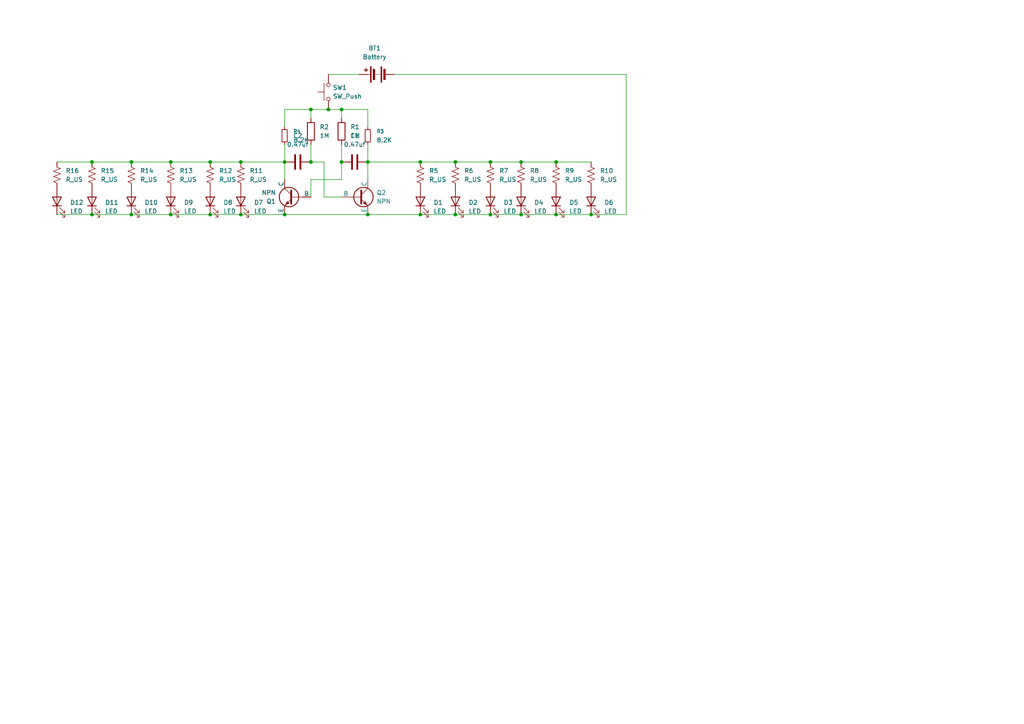
<source format=kicad_sch>
(kicad_sch (version 20250114) (generator "eeschema") (generator_version "9.0")
  (paper "A4")
  (lib_symbols
    (symbol "Device:Battery" (pin_numbers (hide yes)) (pin_names (offset 0) (hide yes))
      (property "Reference" "BT" (at 2.54 2.54 0))
      (property "Value" "Battery" (at 2.54 0 0))
      (symbol "Battery_0_1"
        (rectangle (start -2.286 1.778) (end 2.286 1.524) (fill (type outline)))
        (rectangle (start -2.286 -1.27) (end 2.286 -1.524) (fill (type outline)))
        (rectangle (start -1.524 1.016) (end 1.524 0.508) (fill (type outline)))
        (rectangle (start -1.524 -2.032) (end 1.524 -2.54) (fill (type outline)))
        (polyline (pts (xy 0 1.778) (xy 0 2.54)))
        (polyline (pts (xy 0 0) (xy 0 0.254)))
        (polyline (pts (xy 0 -0.508) (xy 0 -0.254)))
        (polyline (pts (xy 0 -1.016) (xy 0 -0.762)))
        (polyline (pts (xy 0.762 3.048) (xy 1.778 3.048)) (stroke (width 0.254)))
        (polyline (pts (xy 1.27 3.556) (xy 1.27 2.54)) (stroke (width 0.254)))
      )
      (symbol "Battery_1_1"
        (pin passive line (at 0 5.08 270) (length 2.54) (name "+") (number "1"))
        (pin passive line (at 0 -5.08 90) (length 2.54) (name "-") (number "2"))
      )
    )
    (symbol "Device:C" (pin_numbers (hide yes)) (pin_names (offset 0.254))
      (property "Reference" "C" (at 0.635 2.54 0))
      (property "Value" "C" (at 0.635 -2.54 0))
      (symbol "C_0_1"
        (polyline (pts (xy -2.032 0.762) (xy 2.032 0.762)) (stroke (width 0.508)))
        (polyline (pts (xy -2.032 -0.762) (xy 2.032 -0.762)) (stroke (width 0.508)))
      )
      (symbol "C_1_1"
        (pin passive line (at 0 3.81 270) (length 2.794) (name "~") (number "1"))
        (pin passive line (at 0 -3.81 90) (length 2.794) (name "~") (number "2"))
      )
    )
    (symbol "Device:LED" (pin_numbers (hide yes)) (pin_names (offset 1.016) (hide yes))
      (property "Reference" "D" (at 0 2.54 0))
      (property "Value" "LED" (at 0 -2.54 0))
      (symbol "LED_0_1"
        (polyline (pts (xy -3.048 -0.762) (xy -4.572 -2.286) (xy -3.81 -2.286) (xy -4.572 -2.286) (xy -4.572 -1.524)))
        (polyline (pts (xy -1.778 -0.762) (xy -3.302 -2.286) (xy -2.54 -2.286) (xy -3.302 -2.286) (xy -3.302 -1.524)))
        (polyline (pts (xy -1.27 0) (xy 1.27 0)))
        (polyline (pts (xy -1.27 -1.27) (xy -1.27 1.27)) (stroke (width 0.254)))
        (polyline (pts (xy 1.27 -1.27) (xy 1.27 1.27) (xy -1.27 0) (xy 1.27 -1.27)) (stroke (width 0.254)))
      )
      (symbol "LED_1_1"
        (pin passive line (at -3.81 0 0) (length 2.54) (name "K") (number "1"))
        (pin passive line (at 3.81 0 180) (length 2.54) (name "A") (number "2"))
      )
    )
    (symbol "Device:R" (pin_numbers (hide yes)) (pin_names (offset 0))
      (property "Reference" "R" (at 2.032 0 90))
      (property "Value" "R" (at 0 0 90))
      (symbol "R_0_1"
        (rectangle (start -1.016 -2.54) (end 1.016 2.54) (stroke (width 0.254)))
      )
      (symbol "R_1_1"
        (pin passive line (at 0 3.81 270) (length 1.27) (name "~") (number "1"))
        (pin passive line (at 0 -3.81 90) (length 1.27) (name "~") (number "2"))
      )
    )
    (symbol "Device:R_Small" (pin_numbers (hide yes)) (pin_names (offset 0.254) (hide yes))
      (property "Reference" "R" (at 0 0 90))
      (property "Value" "R_Small" (at 1.778 0 90))
      (symbol "R_Small_0_1"
        (rectangle (start -0.762 1.778) (end 0.762 -1.778) (stroke (width 0.2032)))
      )
      (symbol "R_Small_1_1"
        (pin passive line (at 0 2.54 270) (length 0.762) (name "~") (number "1"))
        (pin passive line (at 0 -2.54 90) (length 0.762) (name "~") (number "2"))
      )
    )
    (symbol "Device:R_US" (pin_numbers (hide yes)) (pin_names (offset 0))
      (property "Reference" "R" (at 2.54 0 90))
      (property "Value" "R_US" (at -2.54 0 90))
      (symbol "R_US_0_1"
        (polyline (pts (xy 0 2.286) (xy 0 2.54)))
        (polyline (pts (xy 0 2.286) (xy 1.016 1.905) (xy 0 1.524) (xy -1.016 1.143) (xy 0 0.762)))
        (polyline (pts (xy 0 0.762) (xy 1.016 0.381) (xy 0 0) (xy -1.016 -0.381) (xy 0 -0.762)))
        (polyline (pts (xy 0 -0.762) (xy 1.016 -1.143) (xy 0 -1.524) (xy -1.016 -1.905) (xy 0 -2.286)))
        (polyline (pts (xy 0 -2.286) (xy 0 -2.54)))
      )
      (symbol "R_US_1_1"
        (pin passive line (at 0 3.81 270) (length 1.27) (name "~") (number "1"))
        (pin passive line (at 0 -3.81 90) (length 1.27) (name "~") (number "2"))
      )
    )
    (symbol "Simulation_SPICE:NPN" (pin_numbers (hide yes)) (pin_names (offset 0))
      (property "Reference" "Q" (at -2.54 7.62 0))
      (property "Value" "NPN" (at -2.54 5.08 0))
      (symbol "NPN_0_1"
        (polyline (pts (xy -2.54 0) (xy 0.635 0)) (stroke (width 0.1524)))
        (polyline (pts (xy 0.635 1.905) (xy 0.635 -1.905) (xy 0.635 -1.905)) (stroke (width 0.508)))
        (polyline (pts (xy 0.635 0.635) (xy 2.54 2.54)))
        (polyline (pts (xy 0.635 -0.635) (xy 2.54 -2.54) (xy 2.54 -2.54)))
        (circle (center 1.27 0) (radius 2.8194) (stroke (width 0.254)))
        (polyline (pts (xy 1.27 -1.778) (xy 1.778 -1.27) (xy 2.286 -2.286) (xy 1.27 -1.778) (xy 1.27 -1.778)) (fill (type outline)))
        (polyline (pts (xy 2.794 -1.27) (xy 2.794 -1.27)) (stroke (width 0.1524)))
        (polyline (pts (xy 2.794 -1.27) (xy 2.794 -1.27)) (stroke (width 0.1524)))
      )
      (symbol "NPN_1_1"
        (pin input line (at -5.08 0 0) (length 2.54) (name "B") (number "2"))
        (pin open_collector line (at 2.54 5.08 270) (length 2.54) (name "C") (number "1"))
        (pin open_emitter line (at 2.54 -5.08 90) (length 2.54) (name "E") (number "3"))
      )
    )
    (symbol "Switch:SW_Push" (pin_numbers (hide yes)) (pin_names (offset 1.016) (hide yes))
      (property "Reference" "SW" (at 1.27 2.54 0))
      (property "Value" "SW_Push" (at 0 -1.524 0))
      (symbol "SW_Push_0_1"
        (circle (center -2.032 0) (radius 0.508))
        (polyline (pts (xy 0 1.27) (xy 0 3.048)))
        (circle (center 2.032 0) (radius 0.508))
        (polyline (pts (xy 2.54 1.27) (xy -2.54 1.27)))
        (pin passive line (at -5.08 0 0) (length 2.54) (name "1") (number "1"))
        (pin passive line (at 5.08 0 180) (length 2.54) (name "2") (number "2"))
      )
    )
  )
  (junction (at 132.08 46.99))
  (junction (at 26.67 46.99))
  (junction (at 90.17 46.99))
  (junction (at 49.53 62.23))
  (junction (at 69.85 62.23))
  (junction (at 82.55 62.23))
  (junction (at 106.68 62.23))
  (junction (at 106.68 46.99))
  (junction (at 161.29 62.23))
  (junction (at 121.92 62.23))
  (junction (at 171.45 62.23))
  (junction (at 99.06 31.75))
  (junction (at 95.25 31.75))
  (junction (at 90.17 31.75))
  (junction (at 142.24 62.23))
  (junction (at 151.13 62.23))
  (junction (at 142.24 46.99))
  (junction (at 49.53 46.99))
  (junction (at 132.08 62.23))
  (junction (at 161.29 46.99))
  (junction (at 60.96 46.99))
  (junction (at 26.67 62.23))
  (junction (at 121.92 46.99))
  (junction (at 38.1 62.23))
  (junction (at 99.06 46.99))
  (junction (at 60.96 62.23))
  (junction (at 38.1 46.99))
  (junction (at 82.55 46.99))
  (junction (at 69.85 46.99))
  (junction (at 151.13 46.99))
  (wire (pts (xy 181.61 21.59) (xy 181.61 62.23)))
  (wire (pts (xy 49.53 62.23) (xy 60.96 62.23)))
  (wire (pts (xy 69.85 46.99) (xy 82.55 46.99)))
  (wire (pts (xy 38.1 62.23) (xy 49.53 62.23)))
  (wire (pts (xy 90.17 31.75) (xy 90.17 34.29)))
  (wire (pts (xy 132.08 62.23) (xy 142.24 62.23)))
  (wire (pts (xy 82.55 41.91) (xy 82.55 46.99)))
  (wire (pts (xy 106.68 41.91) (xy 106.68 46.99)))
  (wire (pts (xy 121.92 62.23) (xy 132.08 62.23)))
  (wire (pts (xy 90.17 41.91) (xy 90.17 46.99)))
  (wire (pts (xy 16.51 62.23) (xy 26.67 62.23)))
  (wire (pts (xy 95.25 31.75) (xy 99.06 31.75)))
  (wire (pts (xy 132.08 46.99) (xy 142.24 46.99)))
  (wire (pts (xy 82.55 62.23) (xy 106.68 62.23)))
  (wire (pts (xy 90.17 52.07) (xy 90.17 57.15)))
  (wire (pts (xy 60.96 46.99) (xy 69.85 46.99)))
  (wire (pts (xy 151.13 62.23) (xy 161.29 62.23)))
  (wire (pts (xy 106.68 46.99) (xy 106.68 52.07)))
  (wire (pts (xy 69.85 62.23) (xy 82.55 62.23)))
  (wire (pts (xy 142.24 62.23) (xy 151.13 62.23)))
  (wire (pts (xy 38.1 46.99) (xy 49.53 46.99)))
  (wire (pts (xy 161.29 46.99) (xy 171.45 46.99)))
  (wire (pts (xy 106.68 31.75) (xy 106.68 36.83)))
  (wire (pts (xy 93.98 57.15) (xy 93.98 46.99)))
  (wire (pts (xy 26.67 46.99) (xy 38.1 46.99)))
  (wire (pts (xy 93.98 46.99) (xy 90.17 46.99)))
  (wire (pts (xy 90.17 31.75) (xy 95.25 31.75)))
  (wire (pts (xy 16.51 46.99) (xy 26.67 46.99)))
  (wire (pts (xy 82.55 31.75) (xy 90.17 31.75)))
  (wire (pts (xy 82.55 46.99) (xy 82.55 52.07)))
  (wire (pts (xy 142.24 46.99) (xy 151.13 46.99)))
  (wire (pts (xy 161.29 62.23) (xy 171.45 62.23)))
  (wire (pts (xy 26.67 62.23) (xy 38.1 62.23)))
  (wire (pts (xy 90.17 52.07) (xy 99.06 52.07)))
  (wire (pts (xy 95.25 21.59) (xy 104.14 21.59)))
  (wire (pts (xy 49.53 46.99) (xy 60.96 46.99)))
  (wire (pts (xy 60.96 62.23) (xy 69.85 62.23)))
  (wire (pts (xy 114.3 21.59) (xy 181.61 21.59)))
  (wire (pts (xy 99.06 34.29) (xy 99.06 31.75)))
  (wire (pts (xy 99.06 31.75) (xy 106.68 31.75)))
  (wire (pts (xy 82.55 36.83) (xy 82.55 31.75)))
  (wire (pts (xy 181.61 62.23) (xy 171.45 62.23)))
  (wire (pts (xy 121.92 46.99) (xy 132.08 46.99)))
  (wire (pts (xy 106.68 62.23) (xy 121.92 62.23)))
  (wire (pts (xy 106.68 46.99) (xy 121.92 46.99)))
  (wire (pts (xy 151.13 46.99) (xy 161.29 46.99)))
  (wire (pts (xy 99.06 57.15) (xy 93.98 57.15)))
  (wire (pts (xy 99.06 52.07) (xy 99.06 46.99)))
  (wire (pts (xy 99.06 41.91) (xy 99.06 46.99)))
  (symbol (lib_id "Device:R_US") (at 60.96 50.8 0) (unit 1)
    (property "Reference" "R12" (at 63.5 49.5299 0) (effects (justify left)))
    (property "Value" "R_US" (at 63.5 52.0699 0) (effects (justify left)))
    (property "Footprint" "Resistor_THT:R_Axial_DIN0207_L6.3mm_D2.5mm_P7.62mm_Horizontal" (effects (hide yes)))
    (property "Description" "Resistor, US symbol" (effects (hide yes)))
  )
  (symbol (lib_id "Device:R_US") (at 16.51 50.8 0) (unit 1)
    (property "Reference" "R16" (at 19.05 49.5299 0) (effects (justify left)))
    (property "Value" "R_US" (at 19.05 52.0699 0) (effects (justify left)))
    (property "Footprint" "Resistor_THT:R_Axial_DIN0207_L6.3mm_D2.5mm_P7.62mm_Horizontal" (effects (hide yes)))
    (property "Description" "Resistor, US symbol" (effects (hide yes)))
  )
  (symbol (lib_id "Switch:SW_Push") (at 95.25 26.67 90) (unit 1)
    (property "Reference" "SW1" (at 96.52 25.3999 90) (effects (justify right)))
    (property "Value" "SW_Push" (at 96.52 27.9399 90) (effects (justify right)))
    (property "Footprint" "Button_Switch_THT:SW_PUSH_6mm" (effects (hide yes)))
    (property "Description" "Push button switch, generic, two pins" (effects (hide yes)))
  )
  (symbol (lib_id "Device:R_US") (at 69.85 50.8 0) (unit 1)
    (property "Reference" "R11" (at 72.39 49.5299 0) (effects (justify left)))
    (property "Value" "R_US" (at 72.39 52.0699 0) (effects (justify left)))
    (property "Footprint" "Resistor_THT:R_Axial_DIN0207_L6.3mm_D2.5mm_P7.62mm_Horizontal" (effects (hide yes)))
    (property "Description" "Resistor, US symbol" (effects (hide yes)))
  )
  (symbol (lib_id "Device:R_US") (at 132.08 50.8 0) (unit 1)
    (property "Reference" "R6" (at 134.62 49.5299 0) (effects (justify left)))
    (property "Value" "R_US" (at 134.62 52.0699 0) (effects (justify left)))
    (property "Footprint" "Resistor_THT:R_Axial_DIN0207_L6.3mm_D2.5mm_P7.62mm_Horizontal" (effects (hide yes)))
    (property "Description" "Resistor, US symbol" (effects (hide yes)))
  )
  (symbol (lib_id "Device:R_US") (at 171.45 50.8 0) (unit 1)
    (property "Reference" "R10" (at 173.99 49.5299 0) (effects (justify left)))
    (property "Value" "R_US" (at 173.99 52.0699 0) (effects (justify left)))
    (property "Footprint" "Resistor_THT:R_Axial_DIN0207_L6.3mm_D2.5mm_P7.62mm_Horizontal" (effects (hide yes)))
    (property "Description" "Resistor, US symbol" (effects (hide yes)))
  )
  (symbol (lib_id "Device:R_US") (at 49.53 50.8 0) (unit 1)
    (property "Reference" "R13" (at 52.07 49.5299 0) (effects (justify left)))
    (property "Value" "R_US" (at 52.07 52.0699 0) (effects (justify left)))
    (property "Footprint" "Resistor_THT:R_Axial_DIN0207_L6.3mm_D2.5mm_P7.62mm_Horizontal" (effects (hide yes)))
    (property "Description" "Resistor, US symbol" (effects (hide yes)))
  )
  (symbol (lib_id "Device:R_US") (at 26.67 50.8 0) (unit 1)
    (property "Reference" "R15" (at 29.21 49.5299 0) (effects (justify left)))
    (property "Value" "R_US" (at 29.21 52.0699 0) (effects (justify left)))
    (property "Footprint" "Resistor_THT:R_Axial_DIN0207_L6.3mm_D2.5mm_P7.62mm_Horizontal" (effects (hide yes)))
    (property "Description" "Resistor, US symbol" (effects (hide yes)))
  )
  (symbol (lib_id "Device:R_US") (at 121.92 50.8 0) (unit 1)
    (property "Reference" "R5" (at 124.46 49.5299 0) (effects (justify left)))
    (property "Value" "R_US" (at 124.46 52.0699 0) (effects (justify left)))
    (property "Footprint" "Resistor_THT:R_Axial_DIN0207_L6.3mm_D2.5mm_P7.62mm_Horizontal" (effects (hide yes)))
    (property "Description" "Resistor, US symbol" (effects (hide yes)))
  )
  (symbol (lib_id "Device:LED") (at 161.29 58.42 90) (unit 1)
    (property "Reference" "D5" (at 165.1 58.7374 90) (effects (justify right)))
    (property "Value" "LED" (at 165.1 61.2774 90) (effects (justify right)))
    (property "Footprint" "LED_THT:LED_D5.0mm" (effects (hide yes)))
    (property "Description" "Light emitting diode" (effects (hide yes)))
    (property "Sim.Pins" "1=K 2=A" (effects (hide yes)))
  )
  (symbol (lib_id "Device:LED") (at 26.67 58.42 90) (unit 1)
    (property "Reference" "D11" (at 30.48 58.7374 90) (effects (justify right)))
    (property "Value" "LED" (at 30.48 61.2774 90) (effects (justify right)))
    (property "Footprint" "LED_THT:LED_D5.0mm" (effects (hide yes)))
    (property "Description" "Light emitting diode" (effects (hide yes)))
    (property "Sim.Pins" "1=K 2=A" (effects (hide yes)))
  )
  (symbol (lib_id "Device:R_US") (at 161.29 50.8 0) (unit 1)
    (property "Reference" "R9" (at 163.83 49.5299 0) (effects (justify left)))
    (property "Value" "R_US" (at 163.83 52.0699 0) (effects (justify left)))
    (property "Footprint" "Resistor_THT:R_Axial_DIN0207_L6.3mm_D2.5mm_P7.62mm_Horizontal" (effects (hide yes)))
    (property "Description" "Resistor, US symbol" (effects (hide yes)))
  )
  (symbol (lib_id "Device:LED") (at 142.24 58.42 90) (unit 1)
    (property "Reference" "D3" (at 146.05 58.7374 90) (effects (justify right)))
    (property "Value" "LED" (at 146.05 61.2774 90) (effects (justify right)))
    (property "Footprint" "LED_THT:LED_D5.0mm" (effects (hide yes)))
    (property "Description" "Light emitting diode" (effects (hide yes)))
    (property "Sim.Pins" "1=K 2=A" (effects (hide yes)))
  )
  (symbol (lib_id "Simulation_SPICE:NPN") (at 104.14 57.15 0) (unit 1)
    (property "Reference" "Q2" (at 109.22 55.8799 0) (effects (justify left)))
    (property "Value" "NPN" (at 109.22 58.4199 0) (effects (justify left)))
    (property "Footprint" "Package_TO_SOT_THT:TO-92L_HandSolder" (effects (hide yes)))
    (property "Datasheet" "https://ngspice.sourceforge.io/docs/ngspice-html-manual/manual.xhtml#cha_BJTs" (effects (hide yes)))
    (property "Description" "Bipolar transistor symbol for simulation only, substrate tied to the emitter" (effects (hide yes)))
    (property "Sim.Device" "NPN" (effects (hide yes)))
    (property "Sim.Type" "GUMMELPOON" (effects (hide yes)))
    (property "Sim.Pins" "1=C 2=B 3=E" (effects (hide yes)))
  )
  (symbol (lib_id "Device:R_Small") (at 106.68 39.37 0) (unit 1)
    (property "Reference" "R3" (at 109.22 38.0999 0) (effects (font (size 1.016 1.016)) (justify left)))
    (property "Value" "8.2K" (at 109.22 40.6399 0) (effects (justify left)))
    (property "Footprint" "Resistor_THT:R_Axial_DIN0207_L6.3mm_D2.5mm_P7.62mm_Horizontal" (effects (hide yes)))
    (property "Description" "Resistor, small symbol" (effects (hide yes)))
  )
  (symbol (lib_id "Device:R_US") (at 38.1 50.8 0) (unit 1)
    (property "Reference" "R14" (at 40.64 49.5299 0) (effects (justify left)))
    (property "Value" "R_US" (at 40.64 52.0699 0) (effects (justify left)))
    (property "Footprint" "Resistor_THT:R_Axial_DIN0207_L6.3mm_D2.5mm_P7.62mm_Horizontal" (effects (hide yes)))
    (property "Description" "Resistor, US symbol" (effects (hide yes)))
  )
  (symbol (lib_id "Device:LED") (at 121.92 58.42 90) (unit 1)
    (property "Reference" "D1" (at 125.73 58.7374 90) (effects (justify right)))
    (property "Value" "LED" (at 125.73 61.2774 90) (effects (justify right)))
    (property "Footprint" "LED_THT:LED_D5.0mm" (effects (hide yes)))
    (property "Description" "Light emitting diode" (effects (hide yes)))
    (property "Sim.Pins" "1=K 2=A" (effects (hide yes)))
  )
  (symbol (lib_id "Device:LED") (at 151.13 58.42 90) (unit 1)
    (property "Reference" "D4" (at 154.94 58.7374 90) (effects (justify right)))
    (property "Value" "LED" (at 154.94 61.2774 90) (effects (justify right)))
    (property "Footprint" "LED_THT:LED_D5.0mm" (effects (hide yes)))
    (property "Description" "Light emitting diode" (effects (hide yes)))
    (property "Sim.Pins" "1=K 2=A" (effects (hide yes)))
  )
  (symbol (lib_id "Device:LED") (at 171.45 58.42 90) (unit 1)
    (property "Reference" "D6" (at 175.26 58.7374 90) (effects (justify right)))
    (property "Value" "LED" (at 175.26 61.2774 90) (effects (justify right)))
    (property "Footprint" "LED_THT:LED_D5.0mm" (effects (hide yes)))
    (property "Description" "Light emitting diode" (effects (hide yes)))
    (property "Sim.Pins" "1=K 2=A" (effects (hide yes)))
  )
  (symbol (lib_id "Device:LED") (at 60.96 58.42 90) (unit 1)
    (property "Reference" "D8" (at 64.77 58.7374 90) (effects (justify right)))
    (property "Value" "LED" (at 64.77 61.2774 90) (effects (justify right)))
    (property "Footprint" "LED_THT:LED_D5.0mm" (effects (hide yes)))
    (property "Description" "Light emitting diode" (effects (hide yes)))
    (property "Sim.Pins" "1=K 2=A" (effects (hide yes)))
  )
  (symbol (lib_id "Device:C") (at 86.36 46.99 90) (unit 1)
    (property "Reference" "C2" (at 86.36 39.37 90))
    (property "Value" "0.47uf" (at 86.36 41.91 90))
    (property "Footprint" "Capacitor_THT:CP_Radial_D8.0mm_P5.00mm" (effects (hide yes)))
    (property "Description" "Unpolarized capacitor" (effects (hide yes)))
  )
  (symbol (lib_id "Device:R") (at 90.17 38.1 0) (unit 1)
    (property "Reference" "R2" (at 92.71 36.8299 0) (effects (justify left)))
    (property "Value" "1M" (at 92.71 39.3699 0) (effects (justify left)))
    (property "Footprint" "Resistor_THT:R_Axial_DIN0207_L6.3mm_D2.5mm_P7.62mm_Horizontal" (effects (hide yes)))
    (property "Description" "Resistor" (effects (hide yes)))
  )
  (symbol (lib_id "Device:LED") (at 49.53 58.42 90) (unit 1)
    (property "Reference" "D9" (at 53.34 58.7374 90) (effects (justify right)))
    (property "Value" "LED" (at 53.34 61.2774 90) (effects (justify right)))
    (property "Footprint" "LED_THT:LED_D5.0mm" (effects (hide yes)))
    (property "Description" "Light emitting diode" (effects (hide yes)))
    (property "Sim.Pins" "1=K 2=A" (effects (hide yes)))
  )
  (symbol (lib_id "Device:C") (at 102.87 46.99 90) (unit 1)
    (property "Reference" "C1" (at 102.87 39.37 90))
    (property "Value" "0.47uf" (at 102.87 41.91 90))
    (property "Footprint" "Capacitor_THT:CP_Radial_D8.0mm_P5.00mm" (effects (hide yes)))
    (property "Description" "Unpolarized capacitor" (effects (hide yes)))
  )
  (symbol (lib_id "Device:R_US") (at 142.24 50.8 0) (unit 1)
    (property "Reference" "R7" (at 144.78 49.5299 0) (effects (justify left)))
    (property "Value" "R_US" (at 144.78 52.0699 0) (effects (justify left)))
    (property "Footprint" "Resistor_THT:R_Axial_DIN0207_L6.3mm_D2.5mm_P7.62mm_Horizontal" (effects (hide yes)))
    (property "Description" "Resistor, US symbol" (effects (hide yes)))
  )
  (symbol (lib_id "Device:LED") (at 38.1 58.42 90) (unit 1)
    (property "Reference" "D10" (at 41.91 58.7374 90) (effects (justify right)))
    (property "Value" "LED" (at 41.91 61.2774 90) (effects (justify right)))
    (property "Footprint" "LED_THT:LED_D5.0mm" (effects (hide yes)))
    (property "Description" "Light emitting diode" (effects (hide yes)))
    (property "Sim.Pins" "1=K 2=A" (effects (hide yes)))
  )
  (symbol (lib_id "Device:R_Small") (at 82.55 39.37 0) (unit 1)
    (property "Reference" "R4" (at 85.09 38.0999 0) (effects (font (size 1.016 1.016)) (justify left)))
    (property "Value" "8.2K" (at 85.09 40.6399 0) (effects (justify left)))
    (property "Footprint" "Resistor_THT:R_Axial_DIN0207_L6.3mm_D2.5mm_P7.62mm_Horizontal" (effects (hide yes)))
    (property "Description" "Resistor, small symbol" (effects (hide yes)))
  )
  (symbol (lib_id "Simulation_SPICE:NPN") (at 85.09 57.15 0) (mirror y) (unit 1)
    (property "Reference" "Q1" (at 80.01 58.4201 0) (effects (justify left)))
    (property "Value" "NPN" (at 80.01 55.8801 0) (effects (justify left)))
    (property "Footprint" "Package_TO_SOT_THT:TO-92L_HandSolder" (effects (hide yes)))
    (property "Datasheet" "https://ngspice.sourceforge.io/docs/ngspice-html-manual/manual.xhtml#cha_BJTs" (effects (hide yes)))
    (property "Description" "Bipolar transistor symbol for simulation only, substrate tied to the emitter" (effects (hide yes)))
    (property "Sim.Device" "NPN" (effects (hide yes)))
    (property "Sim.Type" "GUMMELPOON" (effects (hide yes)))
    (property "Sim.Pins" "1=C 2=B 3=E" (effects (hide yes)))
  )
  (symbol (lib_id "Device:R") (at 99.06 38.1 0) (unit 1)
    (property "Reference" "R1" (at 101.6 36.8299 0) (effects (justify left)))
    (property "Value" "1M" (at 101.6 39.3699 0) (effects (justify left)))
    (property "Footprint" "Resistor_THT:R_Axial_DIN0207_L6.3mm_D2.5mm_P7.62mm_Horizontal" (effects (hide yes)))
    (property "Description" "Resistor" (effects (hide yes)))
  )
  (symbol (lib_id "Device:LED") (at 69.85 58.42 90) (unit 1)
    (property "Reference" "D7" (at 73.66 58.7374 90) (effects (justify right)))
    (property "Value" "LED" (at 73.66 61.2774 90) (effects (justify right)))
    (property "Footprint" "LED_THT:LED_D5.0mm" (effects (hide yes)))
    (property "Description" "Light emitting diode" (effects (hide yes)))
    (property "Sim.Pins" "1=K 2=A" (effects (hide yes)))
  )
  (symbol (lib_id "Device:R_US") (at 151.13 50.8 0) (unit 1)
    (property "Reference" "R8" (at 153.67 49.5299 0) (effects (justify left)))
    (property "Value" "R_US" (at 153.67 52.0699 0) (effects (justify left)))
    (property "Footprint" "Resistor_THT:R_Axial_DIN0207_L6.3mm_D2.5mm_P7.62mm_Horizontal" (effects (hide yes)))
    (property "Description" "Resistor, US symbol" (effects (hide yes)))
  )
  (symbol (lib_id "Device:Battery") (at 109.22 21.59 90) (unit 1)
    (property "Reference" "BT1" (at 108.6485 13.97 90))
    (property "Value" "Battery" (at 108.6485 16.51 90))
    (property "Footprint" "Connector_PinHeader_2.54mm:PinHeader_1x02_P2.54mm_Vertical" (effects (hide yes)))
    (property "Description" "Multiple-cell battery" (effects (hide yes)))
  )
  (symbol (lib_id "Device:LED") (at 132.08 58.42 90) (unit 1)
    (property "Reference" "D2" (at 135.89 58.7374 90) (effects (justify right)))
    (property "Value" "LED" (at 135.89 61.2774 90) (effects (justify right)))
    (property "Footprint" "LED_THT:LED_D5.0mm" (effects (hide yes)))
    (property "Description" "Light emitting diode" (effects (hide yes)))
    (property "Sim.Pins" "1=K 2=A" (effects (hide yes)))
  )
  (symbol (lib_id "Device:LED") (at 16.51 58.42 90) (unit 1)
    (property "Reference" "D12" (at 20.32 58.7374 90) (effects (justify right)))
    (property "Value" "LED" (at 20.32 61.2774 90) (effects (justify right)))
    (property "Footprint" "LED_THT:LED_D5.0mm" (effects (hide yes)))
    (property "Description" "Light emitting diode" (effects (hide yes)))
    (property "Sim.Pins" "1=K 2=A" (effects (hide yes)))
  )
)
</source>
